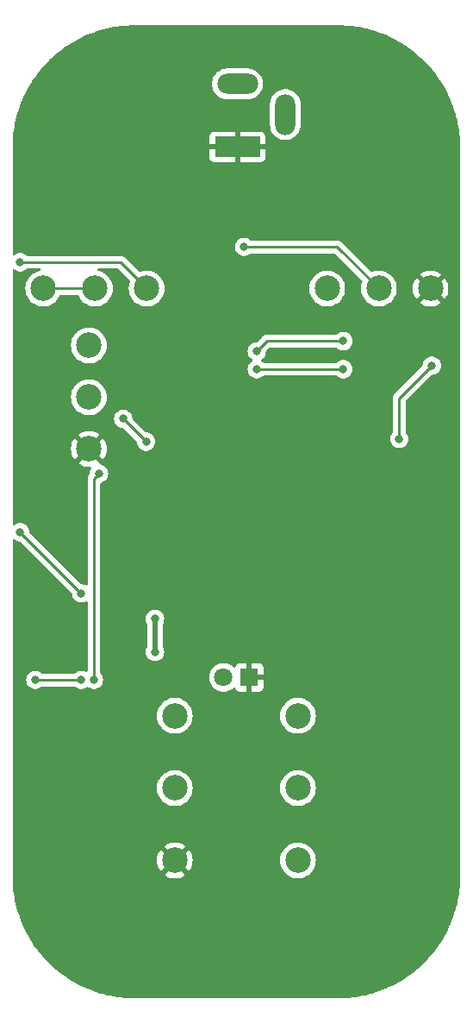
<source format=gbr>
%TF.GenerationSoftware,KiCad,Pcbnew,7.0.1*%
%TF.CreationDate,2023-11-18T18:10:11+02:00*%
%TF.ProjectId,Dille,44696c6c-652e-46b6-9963-61645f706362,rev?*%
%TF.SameCoordinates,Original*%
%TF.FileFunction,Copper,L2,Bot*%
%TF.FilePolarity,Positive*%
%FSLAX46Y46*%
G04 Gerber Fmt 4.6, Leading zero omitted, Abs format (unit mm)*
G04 Created by KiCad (PCBNEW 7.0.1) date 2023-11-18 18:10:11*
%MOMM*%
%LPD*%
G01*
G04 APERTURE LIST*
%TA.AperFunction,ComponentPad*%
%ADD10C,2.500000*%
%TD*%
%TA.AperFunction,ComponentPad*%
%ADD11R,1.800000X1.800000*%
%TD*%
%TA.AperFunction,ComponentPad*%
%ADD12C,1.800000*%
%TD*%
%TA.AperFunction,ComponentPad*%
%ADD13R,4.500000X2.000000*%
%TD*%
%TA.AperFunction,ComponentPad*%
%ADD14O,4.000000X2.000000*%
%TD*%
%TA.AperFunction,ComponentPad*%
%ADD15O,2.000000X4.000000*%
%TD*%
%TA.AperFunction,ViaPad*%
%ADD16C,0.800000*%
%TD*%
%TA.AperFunction,Conductor*%
%ADD17C,0.500000*%
%TD*%
%TA.AperFunction,Conductor*%
%ADD18C,0.250000*%
%TD*%
G04 APERTURE END LIST*
D10*
%TO.P,RV2,1,1*%
%TO.N,GND*%
X88080000Y-67340000D03*
%TO.P,RV2,2,2*%
%TO.N,Net-(C19-Pad2)*%
X83000000Y-67340000D03*
%TO.P,RV2,3,3*%
%TO.N,Net-(C13-Pad2)*%
X77920000Y-67340000D03*
%TD*%
%TO.P,RV3,1,1*%
%TO.N,Net-(U1-VCO)*%
X60180000Y-67340000D03*
%TO.P,RV3,2,2*%
%TO.N,Net-(R22-Pad2)*%
X55100000Y-67340000D03*
%TO.P,RV3,3,3*%
X50020000Y-67340000D03*
%TD*%
%TO.P,SW2,1,A*%
%TO.N,GND*%
X62950000Y-123460000D03*
%TO.P,SW2,2,B*%
%TO.N,Net-(SW2A-B)*%
X62950000Y-116360000D03*
%TO.P,SW2,3,C*%
%TO.N,+9V*%
X62950000Y-109260000D03*
%TO.P,SW2,4,A*%
%TO.N,unconnected-(SW2B-A-Pad4)*%
X75050000Y-109260000D03*
%TO.P,SW2,5,B*%
%TO.N,unconnected-(SW2B-B-Pad5)*%
X75050000Y-116360000D03*
%TO.P,SW2,6,C*%
%TO.N,unconnected-(SW2B-C-Pad6)*%
X75050000Y-123460000D03*
%TD*%
%TO.P,RV1,1,1*%
%TO.N,GND*%
X54500000Y-83080000D03*
%TO.P,RV1,2,2*%
%TO.N,Net-(C10-Pad1)*%
X54500000Y-78000000D03*
%TO.P,RV1,3,3*%
%TO.N,Net-(R15-Pad1)*%
X54500000Y-72920000D03*
%TD*%
D11*
%TO.P,D3,1,K*%
%TO.N,GND*%
X70275000Y-105500000D03*
D12*
%TO.P,D3,2,A*%
%TO.N,Net-(D3-A)*%
X67735000Y-105500000D03*
%TD*%
D13*
%TO.P,J1,1*%
%TO.N,GND*%
X69100000Y-53450000D03*
D14*
%TO.P,J1,2*%
%TO.N,Net-(J1-Pad2)*%
X69100000Y-47250000D03*
D15*
%TO.P,J1,3*%
%TO.N,unconnected-(J1-Pad3)*%
X73800000Y-50250000D03*
%TD*%
D16*
%TO.N,GND*%
X79250000Y-80000000D03*
X50000000Y-70700000D03*
X56250000Y-81250000D03*
X78500000Y-65000000D03*
X58500000Y-112000000D03*
X83500000Y-90750000D03*
X52500000Y-115000000D03*
X61500000Y-77250000D03*
X78500000Y-98750000D03*
X69500000Y-87500000D03*
X88600000Y-79500000D03*
X56000000Y-90750000D03*
X72500000Y-70750000D03*
X52750000Y-85250000D03*
X80000000Y-61750000D03*
X52750000Y-94500000D03*
X49500000Y-78250000D03*
X81200000Y-77500000D03*
X50500000Y-88000000D03*
X85700000Y-65900000D03*
X69500000Y-83000000D03*
X63500000Y-83000000D03*
X52500000Y-101250000D03*
X52000000Y-61250000D03*
X88000000Y-85500000D03*
X78000000Y-84250000D03*
X79050000Y-104250000D03*
X54000000Y-90750000D03*
X47750000Y-93250000D03*
X62500000Y-63250000D03*
X65250000Y-89000000D03*
X71500000Y-76500000D03*
X83250000Y-109250000D03*
X87750000Y-59500000D03*
X57000000Y-95750000D03*
X72500000Y-105500000D03*
%TO.N,+5V*%
X61000000Y-103000000D03*
X61000000Y-99750000D03*
%TO.N,+4V5*%
X71000000Y-73500000D03*
X79500000Y-72500000D03*
%TO.N,Net-(U2A-+)*%
X79500000Y-75250000D03*
X71000000Y-75250000D03*
%TO.N,Net-(Q1-D)*%
X55500000Y-85500000D03*
X55000000Y-105750000D03*
%TO.N,Net-(C10-Pad2)*%
X53750000Y-105750000D03*
X49250000Y-105750000D03*
%TO.N,Net-(C13-Pad2)*%
X85000000Y-82099500D03*
X88200000Y-74900000D03*
%TO.N,Net-(C19-Pad2)*%
X69750000Y-63250000D03*
%TO.N,Net-(R15-Pad1)*%
X60125000Y-82375000D03*
X57875000Y-80125000D03*
%TO.N,Net-(U1-VCO)*%
X47750000Y-91250000D03*
X47750000Y-64750000D03*
X53750000Y-97250000D03*
%TD*%
D17*
%TO.N,+5V*%
X61000000Y-99750000D02*
X61000000Y-103000000D01*
D18*
%TO.N,+4V5*%
X72000000Y-72500000D02*
X71000000Y-73500000D01*
X79500000Y-72500000D02*
X72000000Y-72500000D01*
%TO.N,Net-(U2A-+)*%
X71000000Y-75250000D02*
X79500000Y-75250000D01*
%TO.N,Net-(Q1-D)*%
X55000000Y-86000000D02*
X55000000Y-105750000D01*
X55500000Y-85500000D02*
X55000000Y-86000000D01*
%TO.N,Net-(C10-Pad2)*%
X53750000Y-105750000D02*
X49250000Y-105750000D01*
%TO.N,Net-(C13-Pad2)*%
X88200000Y-74900000D02*
X85000000Y-78100000D01*
X85000000Y-78100000D02*
X85000000Y-82099500D01*
%TO.N,Net-(C19-Pad2)*%
X69750000Y-63250000D02*
X78910000Y-63250000D01*
X78910000Y-63250000D02*
X83000000Y-67340000D01*
%TO.N,Net-(R15-Pad1)*%
X57875000Y-80125000D02*
X60125000Y-82375000D01*
%TO.N,Net-(R22-Pad2)*%
X50020000Y-67340000D02*
X55100000Y-67340000D01*
%TO.N,Net-(U1-VCO)*%
X57590000Y-64750000D02*
X60180000Y-67340000D01*
X47750000Y-91250000D02*
X53750000Y-97250000D01*
X47750000Y-64750000D02*
X57590000Y-64750000D01*
%TD*%
%TA.AperFunction,Conductor*%
%TO.N,GND*%
G36*
X79001745Y-41500548D02*
G01*
X79480543Y-41513982D01*
X79480667Y-41514018D01*
X79480667Y-41513986D01*
X79481541Y-41514010D01*
X79673040Y-41519583D01*
X79679843Y-41519969D01*
X80072730Y-41553109D01*
X80356113Y-41577902D01*
X80362611Y-41578645D01*
X80735084Y-41631230D01*
X81034708Y-41675119D01*
X81040879Y-41676185D01*
X81401842Y-41747985D01*
X81402600Y-41748138D01*
X81706601Y-41810910D01*
X81712447Y-41812266D01*
X82064756Y-41903145D01*
X82065671Y-41903386D01*
X82369662Y-41984840D01*
X82375140Y-41986446D01*
X82719171Y-42096098D01*
X82720466Y-42096519D01*
X83021652Y-42196321D01*
X83026804Y-42198157D01*
X83362592Y-42326334D01*
X83363811Y-42326809D01*
X83660494Y-42444674D01*
X83665290Y-42446698D01*
X83992148Y-42592957D01*
X83993671Y-42593654D01*
X84284041Y-42729055D01*
X84288551Y-42731270D01*
X84605852Y-42895192D01*
X84607625Y-42896128D01*
X84890375Y-43048586D01*
X84894445Y-43050882D01*
X85201475Y-43231994D01*
X85203526Y-43233232D01*
X85477400Y-43402160D01*
X85481178Y-43404585D01*
X85777095Y-43602311D01*
X85779284Y-43603808D01*
X86003624Y-43760893D01*
X86043288Y-43788666D01*
X86046727Y-43791164D01*
X86330753Y-44004915D01*
X86333099Y-44006724D01*
X86586151Y-44206811D01*
X86589244Y-44209339D01*
X86860700Y-44438564D01*
X86863133Y-44440673D01*
X87104214Y-44655216D01*
X87106966Y-44657741D01*
X87365092Y-44901777D01*
X87367586Y-44904202D01*
X87595796Y-45132412D01*
X87598221Y-45134906D01*
X87842257Y-45393032D01*
X87844782Y-45395784D01*
X88059325Y-45636865D01*
X88061434Y-45639298D01*
X88290659Y-45910754D01*
X88293187Y-45913847D01*
X88493274Y-46166899D01*
X88495083Y-46169245D01*
X88708834Y-46453271D01*
X88711332Y-46456710D01*
X88896160Y-46720670D01*
X88897687Y-46722903D01*
X89095402Y-47018804D01*
X89097838Y-47022598D01*
X89266766Y-47296472D01*
X89268031Y-47298568D01*
X89449094Y-47605514D01*
X89451436Y-47609665D01*
X89603827Y-47892292D01*
X89604849Y-47894228D01*
X89768728Y-48211448D01*
X89770943Y-48215957D01*
X89906291Y-48506210D01*
X89907094Y-48507968D01*
X90053285Y-48834674D01*
X90055339Y-48839539D01*
X90173123Y-49136018D01*
X90173731Y-49137579D01*
X90301827Y-49473155D01*
X90303686Y-49478373D01*
X90403479Y-49779533D01*
X90403917Y-49780880D01*
X90513538Y-50124810D01*
X90515169Y-50130373D01*
X90596591Y-50434247D01*
X90596886Y-50435368D01*
X90687726Y-50787526D01*
X90689094Y-50793423D01*
X90751849Y-51097347D01*
X90752028Y-51098231D01*
X90823809Y-51459096D01*
X90824883Y-51465315D01*
X90868761Y-51764863D01*
X90868852Y-51765501D01*
X90921351Y-52137374D01*
X90922097Y-52143900D01*
X90946903Y-52427421D01*
X90946936Y-52427807D01*
X90980028Y-52820149D01*
X90980415Y-52826963D01*
X90986014Y-53019330D01*
X90986017Y-53019460D01*
X90999451Y-53498254D01*
X90999500Y-53501732D01*
X90999500Y-124998268D01*
X90999451Y-125001746D01*
X90986017Y-125480539D01*
X90986014Y-125480669D01*
X90980415Y-125673035D01*
X90980028Y-125679849D01*
X90946936Y-126072192D01*
X90946903Y-126072578D01*
X90922097Y-126356098D01*
X90921351Y-126362624D01*
X90868852Y-126734497D01*
X90868761Y-126735135D01*
X90824883Y-127034683D01*
X90823809Y-127040902D01*
X90752028Y-127401767D01*
X90751849Y-127402651D01*
X90689094Y-127706575D01*
X90687726Y-127712472D01*
X90596886Y-128064630D01*
X90596591Y-128065751D01*
X90515169Y-128369625D01*
X90513538Y-128375188D01*
X90403917Y-128719118D01*
X90403479Y-128720465D01*
X90303686Y-129021625D01*
X90301827Y-129026843D01*
X90173731Y-129362419D01*
X90173123Y-129363980D01*
X90055339Y-129660459D01*
X90053285Y-129665324D01*
X89907094Y-129992030D01*
X89906291Y-129993788D01*
X89770943Y-130284041D01*
X89768728Y-130288550D01*
X89604849Y-130605770D01*
X89603827Y-130607706D01*
X89451436Y-130890333D01*
X89449094Y-130894484D01*
X89268031Y-131201430D01*
X89266766Y-131203526D01*
X89097838Y-131477400D01*
X89095402Y-131481194D01*
X88897687Y-131777095D01*
X88896160Y-131779328D01*
X88711332Y-132043288D01*
X88708834Y-132046727D01*
X88495083Y-132330753D01*
X88493274Y-132333099D01*
X88293187Y-132586151D01*
X88290659Y-132589244D01*
X88061434Y-132860700D01*
X88059325Y-132863133D01*
X87844782Y-133104214D01*
X87842257Y-133106966D01*
X87598221Y-133365092D01*
X87595796Y-133367586D01*
X87367586Y-133595796D01*
X87365092Y-133598221D01*
X87106966Y-133842257D01*
X87104214Y-133844782D01*
X86863133Y-134059325D01*
X86860700Y-134061434D01*
X86589244Y-134290659D01*
X86586151Y-134293187D01*
X86333099Y-134493274D01*
X86330753Y-134495083D01*
X86046727Y-134708834D01*
X86043288Y-134711332D01*
X85779328Y-134896160D01*
X85777095Y-134897687D01*
X85481194Y-135095402D01*
X85477400Y-135097838D01*
X85203526Y-135266766D01*
X85201430Y-135268031D01*
X84894484Y-135449094D01*
X84890333Y-135451436D01*
X84607706Y-135603827D01*
X84605770Y-135604849D01*
X84288550Y-135768728D01*
X84284041Y-135770943D01*
X83993788Y-135906291D01*
X83992030Y-135907094D01*
X83665324Y-136053285D01*
X83660459Y-136055339D01*
X83363980Y-136173123D01*
X83362419Y-136173731D01*
X83026843Y-136301827D01*
X83021625Y-136303686D01*
X82720465Y-136403479D01*
X82719118Y-136403917D01*
X82375188Y-136513538D01*
X82369625Y-136515169D01*
X82065751Y-136596591D01*
X82064630Y-136596886D01*
X81712472Y-136687726D01*
X81706575Y-136689094D01*
X81402651Y-136751849D01*
X81401767Y-136752028D01*
X81040902Y-136823809D01*
X81034683Y-136824883D01*
X80735135Y-136868761D01*
X80734497Y-136868852D01*
X80362624Y-136921351D01*
X80356098Y-136922097D01*
X80072718Y-136946890D01*
X80072332Y-136946923D01*
X79679849Y-136980028D01*
X79673035Y-136980415D01*
X79480669Y-136986014D01*
X79480539Y-136986017D01*
X79001746Y-136999451D01*
X78998268Y-136999500D01*
X59001732Y-136999500D01*
X58998254Y-136999451D01*
X58519459Y-136986017D01*
X58519331Y-136985979D01*
X58519330Y-136986014D01*
X58326963Y-136980415D01*
X58320149Y-136980028D01*
X57927666Y-136946923D01*
X57927280Y-136946890D01*
X57643900Y-136922097D01*
X57637374Y-136921351D01*
X57265501Y-136868852D01*
X57264863Y-136868761D01*
X56965315Y-136824883D01*
X56959096Y-136823809D01*
X56598231Y-136752028D01*
X56597347Y-136751849D01*
X56293423Y-136689094D01*
X56287526Y-136687726D01*
X55935368Y-136596886D01*
X55934247Y-136596591D01*
X55630373Y-136515169D01*
X55624810Y-136513538D01*
X55280880Y-136403917D01*
X55279533Y-136403479D01*
X54978373Y-136303686D01*
X54973155Y-136301827D01*
X54637579Y-136173731D01*
X54636018Y-136173123D01*
X54339539Y-136055339D01*
X54334674Y-136053285D01*
X54007968Y-135907094D01*
X54006210Y-135906291D01*
X53715957Y-135770943D01*
X53711448Y-135768728D01*
X53394228Y-135604849D01*
X53392292Y-135603827D01*
X53109665Y-135451436D01*
X53105514Y-135449094D01*
X52798568Y-135268031D01*
X52796472Y-135266766D01*
X52522598Y-135097838D01*
X52518804Y-135095402D01*
X52222903Y-134897687D01*
X52220670Y-134896160D01*
X51956710Y-134711332D01*
X51953271Y-134708834D01*
X51669245Y-134495083D01*
X51666899Y-134493274D01*
X51413847Y-134293187D01*
X51410754Y-134290659D01*
X51139298Y-134061434D01*
X51136865Y-134059325D01*
X50895784Y-133844782D01*
X50893032Y-133842257D01*
X50634906Y-133598221D01*
X50632412Y-133595796D01*
X50404202Y-133367586D01*
X50401777Y-133365092D01*
X50157741Y-133106966D01*
X50155216Y-133104214D01*
X49940673Y-132863133D01*
X49938564Y-132860700D01*
X49709339Y-132589244D01*
X49706811Y-132586151D01*
X49506724Y-132333099D01*
X49504915Y-132330753D01*
X49291164Y-132046727D01*
X49288666Y-132043288D01*
X49260893Y-132003624D01*
X49103808Y-131779284D01*
X49102311Y-131777095D01*
X48904596Y-131481194D01*
X48902160Y-131477400D01*
X48733232Y-131203526D01*
X48731994Y-131201475D01*
X48550882Y-130894445D01*
X48548586Y-130890375D01*
X48396128Y-130607625D01*
X48395192Y-130605852D01*
X48231270Y-130288550D01*
X48229055Y-130284041D01*
X48093654Y-129993671D01*
X48092957Y-129992148D01*
X47946698Y-129665290D01*
X47944674Y-129660494D01*
X47826809Y-129363811D01*
X47826334Y-129362592D01*
X47698157Y-129026804D01*
X47696321Y-129021652D01*
X47596519Y-128720465D01*
X47596081Y-128719118D01*
X47572683Y-128645707D01*
X47486446Y-128375140D01*
X47484840Y-128369662D01*
X47403386Y-128065671D01*
X47403145Y-128064756D01*
X47312266Y-127712447D01*
X47310910Y-127706601D01*
X47248138Y-127402600D01*
X47247970Y-127401767D01*
X47236102Y-127342103D01*
X47176185Y-127040879D01*
X47175119Y-127034708D01*
X47131230Y-126735084D01*
X47078645Y-126362611D01*
X47077901Y-126356097D01*
X47053096Y-126072577D01*
X47019969Y-125679843D01*
X47019583Y-125673035D01*
X47014008Y-125481488D01*
X47000548Y-125001745D01*
X47000500Y-124998270D01*
X47000500Y-124862720D01*
X61900831Y-124862720D01*
X62072546Y-124979793D01*
X62308860Y-125093596D01*
X62559496Y-125170908D01*
X62818856Y-125210000D01*
X63081144Y-125210000D01*
X63340503Y-125170908D01*
X63591139Y-125093596D01*
X63827456Y-124979792D01*
X63999167Y-124862720D01*
X62950001Y-123813553D01*
X62950000Y-123813553D01*
X61900831Y-124862720D01*
X47000500Y-124862720D01*
X47000500Y-123460000D01*
X61195092Y-123460000D01*
X61214693Y-123721552D01*
X61273059Y-123977270D01*
X61368882Y-124221424D01*
X61500027Y-124448573D01*
X61547873Y-124508571D01*
X61547874Y-124508571D01*
X62596446Y-123460001D01*
X62596446Y-123460000D01*
X63303553Y-123460000D01*
X64352124Y-124508571D01*
X64399972Y-124448572D01*
X64531117Y-124221423D01*
X64626940Y-123977270D01*
X64685306Y-123721552D01*
X64704907Y-123460000D01*
X73294591Y-123460000D01*
X73314197Y-123721627D01*
X73372580Y-123977418D01*
X73468346Y-124221424D01*
X73468432Y-124221643D01*
X73599614Y-124448857D01*
X73763195Y-124653981D01*
X73763197Y-124653983D01*
X73763198Y-124653984D01*
X73955514Y-124832428D01*
X73955520Y-124832432D01*
X73955521Y-124832433D01*
X74172296Y-124980228D01*
X74408677Y-125094063D01*
X74659385Y-125171396D01*
X74918818Y-125210500D01*
X75181182Y-125210500D01*
X75440615Y-125171396D01*
X75691323Y-125094063D01*
X75927704Y-124980228D01*
X76144479Y-124832433D01*
X76144482Y-124832429D01*
X76144485Y-124832428D01*
X76229792Y-124753273D01*
X76336805Y-124653981D01*
X76500386Y-124448857D01*
X76631568Y-124221643D01*
X76727420Y-123977416D01*
X76785802Y-123721630D01*
X76805408Y-123460000D01*
X76785802Y-123198370D01*
X76727420Y-122942584D01*
X76631568Y-122698357D01*
X76500386Y-122471143D01*
X76336805Y-122266019D01*
X76336801Y-122266015D01*
X76144485Y-122087571D01*
X76100053Y-122057278D01*
X75927704Y-121939772D01*
X75691323Y-121825937D01*
X75440615Y-121748604D01*
X75181182Y-121709500D01*
X74918818Y-121709500D01*
X74659385Y-121748604D01*
X74408677Y-121825937D01*
X74172296Y-121939772D01*
X74102922Y-121987070D01*
X73955514Y-122087571D01*
X73763198Y-122266015D01*
X73599613Y-122471143D01*
X73468431Y-122698358D01*
X73372580Y-122942581D01*
X73314197Y-123198372D01*
X73294591Y-123460000D01*
X64704907Y-123460000D01*
X64685306Y-123198447D01*
X64626940Y-122942729D01*
X64531117Y-122698575D01*
X64399972Y-122471426D01*
X64352125Y-122411427D01*
X63303553Y-123460000D01*
X62596446Y-123460000D01*
X61547873Y-122411427D01*
X61500028Y-122471424D01*
X61368882Y-122698576D01*
X61273059Y-122942729D01*
X61214693Y-123198447D01*
X61195092Y-123460000D01*
X47000500Y-123460000D01*
X47000500Y-122057278D01*
X61900831Y-122057278D01*
X62949998Y-123106446D01*
X62949999Y-123106446D01*
X63999167Y-122057278D01*
X63827451Y-121940205D01*
X63591139Y-121826403D01*
X63340503Y-121749091D01*
X63081144Y-121710000D01*
X62818856Y-121710000D01*
X62559496Y-121749091D01*
X62308860Y-121826403D01*
X62072545Y-121940206D01*
X61900831Y-122057278D01*
X47000500Y-122057278D01*
X47000500Y-116360000D01*
X61194591Y-116360000D01*
X61214197Y-116621627D01*
X61272580Y-116877418D01*
X61368431Y-117121641D01*
X61368432Y-117121643D01*
X61499614Y-117348857D01*
X61663195Y-117553981D01*
X61663197Y-117553983D01*
X61663198Y-117553984D01*
X61855514Y-117732428D01*
X61855520Y-117732432D01*
X61855521Y-117732433D01*
X62072296Y-117880228D01*
X62308677Y-117994063D01*
X62559385Y-118071396D01*
X62818818Y-118110500D01*
X63081182Y-118110500D01*
X63340615Y-118071396D01*
X63591323Y-117994063D01*
X63827704Y-117880228D01*
X64044479Y-117732433D01*
X64044482Y-117732429D01*
X64044485Y-117732428D01*
X64129792Y-117653273D01*
X64236805Y-117553981D01*
X64400386Y-117348857D01*
X64531568Y-117121643D01*
X64627420Y-116877416D01*
X64685802Y-116621630D01*
X64705408Y-116360000D01*
X73294591Y-116360000D01*
X73314197Y-116621627D01*
X73372580Y-116877418D01*
X73468431Y-117121641D01*
X73468432Y-117121643D01*
X73599614Y-117348857D01*
X73763195Y-117553981D01*
X73763197Y-117553983D01*
X73763198Y-117553984D01*
X73955514Y-117732428D01*
X73955520Y-117732432D01*
X73955521Y-117732433D01*
X74172296Y-117880228D01*
X74408677Y-117994063D01*
X74659385Y-118071396D01*
X74918818Y-118110500D01*
X75181182Y-118110500D01*
X75440615Y-118071396D01*
X75691323Y-117994063D01*
X75927704Y-117880228D01*
X76144479Y-117732433D01*
X76144482Y-117732429D01*
X76144485Y-117732428D01*
X76229792Y-117653273D01*
X76336805Y-117553981D01*
X76500386Y-117348857D01*
X76631568Y-117121643D01*
X76727420Y-116877416D01*
X76785802Y-116621630D01*
X76805408Y-116360000D01*
X76785802Y-116098370D01*
X76727420Y-115842584D01*
X76631568Y-115598357D01*
X76500386Y-115371143D01*
X76336805Y-115166019D01*
X76336801Y-115166015D01*
X76144485Y-114987571D01*
X76127170Y-114975766D01*
X75927704Y-114839772D01*
X75691323Y-114725937D01*
X75440615Y-114648604D01*
X75181182Y-114609500D01*
X74918818Y-114609500D01*
X74659385Y-114648604D01*
X74408677Y-114725937D01*
X74172296Y-114839772D01*
X74102922Y-114887070D01*
X73955514Y-114987571D01*
X73763198Y-115166015D01*
X73599613Y-115371143D01*
X73468431Y-115598358D01*
X73372580Y-115842581D01*
X73314197Y-116098372D01*
X73294591Y-116360000D01*
X64705408Y-116360000D01*
X64685802Y-116098370D01*
X64627420Y-115842584D01*
X64531568Y-115598357D01*
X64400386Y-115371143D01*
X64236805Y-115166019D01*
X64236801Y-115166015D01*
X64044485Y-114987571D01*
X64027170Y-114975766D01*
X63827704Y-114839772D01*
X63591323Y-114725937D01*
X63340615Y-114648604D01*
X63081182Y-114609500D01*
X62818818Y-114609500D01*
X62559385Y-114648604D01*
X62308677Y-114725937D01*
X62072296Y-114839772D01*
X62002922Y-114887070D01*
X61855514Y-114987571D01*
X61663198Y-115166015D01*
X61499613Y-115371143D01*
X61368431Y-115598358D01*
X61272580Y-115842581D01*
X61214197Y-116098372D01*
X61194591Y-116360000D01*
X47000500Y-116360000D01*
X47000500Y-109260000D01*
X61194591Y-109260000D01*
X61214197Y-109521627D01*
X61272580Y-109777418D01*
X61368431Y-110021641D01*
X61368432Y-110021643D01*
X61499614Y-110248857D01*
X61663195Y-110453981D01*
X61663197Y-110453983D01*
X61663198Y-110453984D01*
X61855514Y-110632428D01*
X61855520Y-110632432D01*
X61855521Y-110632433D01*
X62072296Y-110780228D01*
X62308677Y-110894063D01*
X62559385Y-110971396D01*
X62818818Y-111010500D01*
X63081182Y-111010500D01*
X63340615Y-110971396D01*
X63591323Y-110894063D01*
X63827704Y-110780228D01*
X64044479Y-110632433D01*
X64044482Y-110632429D01*
X64044485Y-110632428D01*
X64129792Y-110553273D01*
X64236805Y-110453981D01*
X64400386Y-110248857D01*
X64531568Y-110021643D01*
X64627420Y-109777416D01*
X64685802Y-109521630D01*
X64705408Y-109260000D01*
X73294591Y-109260000D01*
X73314197Y-109521627D01*
X73372580Y-109777418D01*
X73468431Y-110021641D01*
X73468432Y-110021643D01*
X73599614Y-110248857D01*
X73763195Y-110453981D01*
X73763197Y-110453983D01*
X73763198Y-110453984D01*
X73955514Y-110632428D01*
X73955520Y-110632432D01*
X73955521Y-110632433D01*
X74172296Y-110780228D01*
X74408677Y-110894063D01*
X74659385Y-110971396D01*
X74918818Y-111010500D01*
X75181182Y-111010500D01*
X75440615Y-110971396D01*
X75691323Y-110894063D01*
X75927704Y-110780228D01*
X76144479Y-110632433D01*
X76144482Y-110632429D01*
X76144485Y-110632428D01*
X76229792Y-110553273D01*
X76336805Y-110453981D01*
X76500386Y-110248857D01*
X76631568Y-110021643D01*
X76727420Y-109777416D01*
X76785802Y-109521630D01*
X76805408Y-109260000D01*
X76785802Y-108998370D01*
X76727420Y-108742584D01*
X76631568Y-108498357D01*
X76500386Y-108271143D01*
X76336805Y-108066019D01*
X76336801Y-108066015D01*
X76144485Y-107887571D01*
X76127170Y-107875766D01*
X75927704Y-107739772D01*
X75691323Y-107625937D01*
X75440615Y-107548604D01*
X75181182Y-107509500D01*
X74918818Y-107509500D01*
X74659385Y-107548604D01*
X74408677Y-107625937D01*
X74172296Y-107739772D01*
X74102922Y-107787070D01*
X73955514Y-107887571D01*
X73763198Y-108066015D01*
X73599613Y-108271143D01*
X73468431Y-108498358D01*
X73372580Y-108742581D01*
X73314197Y-108998372D01*
X73294591Y-109260000D01*
X64705408Y-109260000D01*
X64685802Y-108998370D01*
X64627420Y-108742584D01*
X64531568Y-108498357D01*
X64400386Y-108271143D01*
X64236805Y-108066019D01*
X64236801Y-108066015D01*
X64044485Y-107887571D01*
X64027170Y-107875766D01*
X63827704Y-107739772D01*
X63591323Y-107625937D01*
X63340615Y-107548604D01*
X63081182Y-107509500D01*
X62818818Y-107509500D01*
X62559385Y-107548604D01*
X62308677Y-107625937D01*
X62072296Y-107739772D01*
X62002922Y-107787070D01*
X61855514Y-107887571D01*
X61663198Y-108066015D01*
X61499613Y-108271143D01*
X61368431Y-108498358D01*
X61272580Y-108742581D01*
X61214197Y-108998372D01*
X61194591Y-109260000D01*
X47000500Y-109260000D01*
X47000500Y-92061899D01*
X47018773Y-91997109D01*
X47068205Y-91951414D01*
X47134229Y-91938281D01*
X47197385Y-91961580D01*
X47297270Y-92034151D01*
X47297271Y-92034151D01*
X47297272Y-92034152D01*
X47470197Y-92111144D01*
X47655352Y-92150500D01*
X47655354Y-92150500D01*
X47714548Y-92150500D01*
X47762001Y-92159939D01*
X47802229Y-92186819D01*
X52811038Y-97195629D01*
X52835277Y-97229926D01*
X52846678Y-97270348D01*
X52864326Y-97438257D01*
X52922820Y-97618284D01*
X53017466Y-97782216D01*
X53144129Y-97922889D01*
X53297269Y-98034151D01*
X53470197Y-98111144D01*
X53655352Y-98150500D01*
X53655354Y-98150500D01*
X53844646Y-98150500D01*
X53844648Y-98150500D01*
X54029798Y-98111145D01*
X54029797Y-98111145D01*
X54029803Y-98111144D01*
X54200063Y-98035338D01*
X54260229Y-98025000D01*
X54318035Y-98044623D01*
X54359473Y-98089450D01*
X54374500Y-98148618D01*
X54374500Y-104851382D01*
X54359473Y-104910550D01*
X54318035Y-104955377D01*
X54260229Y-104975000D01*
X54200064Y-104964662D01*
X54078528Y-104910550D01*
X54029803Y-104888856D01*
X54029802Y-104888855D01*
X54029798Y-104888854D01*
X53844648Y-104849500D01*
X53844646Y-104849500D01*
X53655354Y-104849500D01*
X53655352Y-104849500D01*
X53470197Y-104888855D01*
X53297272Y-104965847D01*
X53195175Y-105040024D01*
X53144129Y-105077112D01*
X53138401Y-105083473D01*
X53096688Y-105113780D01*
X53046253Y-105124500D01*
X49953747Y-105124500D01*
X49903312Y-105113780D01*
X49861598Y-105083473D01*
X49855871Y-105077112D01*
X49702730Y-104965849D01*
X49702729Y-104965848D01*
X49702727Y-104965847D01*
X49529802Y-104888855D01*
X49344648Y-104849500D01*
X49344646Y-104849500D01*
X49155354Y-104849500D01*
X49155352Y-104849500D01*
X48970197Y-104888855D01*
X48797269Y-104965848D01*
X48644129Y-105077110D01*
X48517466Y-105217783D01*
X48422820Y-105381715D01*
X48364326Y-105561742D01*
X48344540Y-105750000D01*
X48364326Y-105938257D01*
X48422820Y-106118284D01*
X48517466Y-106282216D01*
X48644129Y-106422889D01*
X48797269Y-106534151D01*
X48970197Y-106611144D01*
X49155352Y-106650500D01*
X49155354Y-106650500D01*
X49344646Y-106650500D01*
X49344648Y-106650500D01*
X49468084Y-106624262D01*
X49529803Y-106611144D01*
X49702730Y-106534151D01*
X49855871Y-106422888D01*
X49861598Y-106416526D01*
X49903312Y-106386220D01*
X49953747Y-106375500D01*
X53046253Y-106375500D01*
X53096688Y-106386220D01*
X53138401Y-106416526D01*
X53144129Y-106422888D01*
X53297270Y-106534151D01*
X53297271Y-106534151D01*
X53297272Y-106534152D01*
X53470197Y-106611144D01*
X53655352Y-106650500D01*
X53655354Y-106650500D01*
X53844646Y-106650500D01*
X53844648Y-106650500D01*
X53968084Y-106624262D01*
X54029803Y-106611144D01*
X54202730Y-106534151D01*
X54302116Y-106461943D01*
X54349219Y-106440972D01*
X54400781Y-106440972D01*
X54447883Y-106461943D01*
X54547270Y-106534151D01*
X54547271Y-106534151D01*
X54547272Y-106534152D01*
X54720197Y-106611144D01*
X54905352Y-106650500D01*
X54905354Y-106650500D01*
X55094646Y-106650500D01*
X55094648Y-106650500D01*
X55218084Y-106624262D01*
X55279803Y-106611144D01*
X55452730Y-106534151D01*
X55552115Y-106461944D01*
X55605870Y-106422889D01*
X55611598Y-106416528D01*
X55732533Y-106282216D01*
X55827179Y-106118284D01*
X55885674Y-105938256D01*
X55905460Y-105750000D01*
X55885674Y-105561744D01*
X55865612Y-105499999D01*
X66329699Y-105499999D01*
X66348865Y-105731299D01*
X66348865Y-105731301D01*
X66348866Y-105731305D01*
X66405843Y-105956300D01*
X66499076Y-106168849D01*
X66626021Y-106363153D01*
X66783216Y-106533913D01*
X66966374Y-106676470D01*
X67170497Y-106786936D01*
X67280258Y-106824617D01*
X67390015Y-106862297D01*
X67390017Y-106862297D01*
X67390019Y-106862298D01*
X67618951Y-106900500D01*
X67851048Y-106900500D01*
X67851049Y-106900500D01*
X68079981Y-106862298D01*
X68299503Y-106786936D01*
X68503626Y-106676470D01*
X68686784Y-106533913D01*
X68695511Y-106524432D01*
X68748132Y-106490577D01*
X68810588Y-106486727D01*
X68866971Y-106513865D01*
X68902924Y-106565079D01*
X68931647Y-106642088D01*
X69017811Y-106757188D01*
X69132910Y-106843352D01*
X69267624Y-106893597D01*
X69327176Y-106900000D01*
X70025000Y-106900000D01*
X70025000Y-105750000D01*
X70525000Y-105750000D01*
X70525000Y-106900000D01*
X71222824Y-106900000D01*
X71282375Y-106893597D01*
X71417089Y-106843352D01*
X71532188Y-106757188D01*
X71618352Y-106642089D01*
X71668597Y-106507375D01*
X71675000Y-106447824D01*
X71675000Y-105750000D01*
X70525000Y-105750000D01*
X70025000Y-105750000D01*
X70025000Y-104100000D01*
X70525000Y-104100000D01*
X70525000Y-105250000D01*
X71675000Y-105250000D01*
X71675000Y-104552176D01*
X71668597Y-104492624D01*
X71618352Y-104357910D01*
X71532188Y-104242811D01*
X71417089Y-104156647D01*
X71282375Y-104106402D01*
X71222824Y-104100000D01*
X70525000Y-104100000D01*
X70025000Y-104100000D01*
X69327176Y-104100000D01*
X69267624Y-104106402D01*
X69132910Y-104156647D01*
X69017811Y-104242811D01*
X68931645Y-104357913D01*
X68902923Y-104434920D01*
X68866971Y-104486134D01*
X68810589Y-104513271D01*
X68748135Y-104509423D01*
X68695513Y-104475569D01*
X68686784Y-104466087D01*
X68503626Y-104323530D01*
X68299503Y-104213064D01*
X68299499Y-104213062D01*
X68299498Y-104213062D01*
X68079984Y-104137702D01*
X67892410Y-104106402D01*
X67851049Y-104099500D01*
X67618951Y-104099500D01*
X67577590Y-104106402D01*
X67390015Y-104137702D01*
X67170501Y-104213062D01*
X67170497Y-104213063D01*
X67170497Y-104213064D01*
X67034414Y-104286708D01*
X66966372Y-104323531D01*
X66783215Y-104466087D01*
X66626020Y-104636848D01*
X66499076Y-104831150D01*
X66405844Y-105043696D01*
X66405842Y-105043700D01*
X66405843Y-105043700D01*
X66353601Y-105250000D01*
X66348865Y-105268700D01*
X66329699Y-105499999D01*
X55865612Y-105499999D01*
X55827179Y-105381716D01*
X55827179Y-105381715D01*
X55732535Y-105217786D01*
X55719427Y-105203229D01*
X55657347Y-105134282D01*
X55633736Y-105095751D01*
X55625500Y-105051313D01*
X55625500Y-102999999D01*
X60094540Y-102999999D01*
X60114326Y-103188257D01*
X60172820Y-103368284D01*
X60267466Y-103532216D01*
X60394129Y-103672889D01*
X60547269Y-103784151D01*
X60720197Y-103861144D01*
X60905352Y-103900500D01*
X60905354Y-103900500D01*
X61094646Y-103900500D01*
X61094648Y-103900500D01*
X61218083Y-103874262D01*
X61279803Y-103861144D01*
X61452730Y-103784151D01*
X61605871Y-103672888D01*
X61732533Y-103532216D01*
X61827179Y-103368284D01*
X61885674Y-103188256D01*
X61905460Y-103000000D01*
X61885674Y-102811744D01*
X61827179Y-102631716D01*
X61827179Y-102631715D01*
X61767113Y-102527678D01*
X61750500Y-102465678D01*
X61750500Y-100284322D01*
X61767113Y-100222322D01*
X61827179Y-100118284D01*
X61827178Y-100118284D01*
X61885674Y-99938256D01*
X61905460Y-99750000D01*
X61885674Y-99561744D01*
X61827179Y-99381716D01*
X61827179Y-99381715D01*
X61732533Y-99217783D01*
X61605870Y-99077110D01*
X61452730Y-98965848D01*
X61279802Y-98888855D01*
X61094648Y-98849500D01*
X61094646Y-98849500D01*
X60905354Y-98849500D01*
X60905352Y-98849500D01*
X60720197Y-98888855D01*
X60547269Y-98965848D01*
X60394129Y-99077110D01*
X60267466Y-99217783D01*
X60172820Y-99381715D01*
X60114326Y-99561742D01*
X60094540Y-99749999D01*
X60114326Y-99938257D01*
X60172820Y-100118284D01*
X60232887Y-100222322D01*
X60249500Y-100284322D01*
X60249500Y-102465678D01*
X60232887Y-102527678D01*
X60172820Y-102631715D01*
X60114326Y-102811742D01*
X60094540Y-102999999D01*
X55625500Y-102999999D01*
X55625500Y-86494355D01*
X55638050Y-86439997D01*
X55673159Y-86396641D01*
X55723716Y-86373065D01*
X55779803Y-86361144D01*
X55952730Y-86284151D01*
X56105871Y-86172888D01*
X56232533Y-86032216D01*
X56327179Y-85868284D01*
X56385674Y-85688256D01*
X56405460Y-85500000D01*
X56385674Y-85311744D01*
X56327179Y-85131716D01*
X56327179Y-85131715D01*
X56232533Y-84967783D01*
X56105870Y-84827110D01*
X55952730Y-84715848D01*
X55779802Y-84638855D01*
X55647303Y-84610692D01*
X55593734Y-84584689D01*
X55558464Y-84536711D01*
X55550571Y-84484124D01*
X54500001Y-83433553D01*
X54500000Y-83433553D01*
X53450831Y-84482720D01*
X53622546Y-84599793D01*
X53858860Y-84713596D01*
X54109496Y-84790908D01*
X54368856Y-84830000D01*
X54632242Y-84830000D01*
X54694242Y-84846613D01*
X54739629Y-84892000D01*
X54756242Y-84954000D01*
X54739629Y-85016000D01*
X54672820Y-85131715D01*
X54614326Y-85311742D01*
X54596768Y-85478798D01*
X54586192Y-85517455D01*
X54563839Y-85550720D01*
X54552097Y-85563224D01*
X54549390Y-85566018D01*
X54529874Y-85585534D01*
X54527415Y-85588705D01*
X54519842Y-85597572D01*
X54489935Y-85629420D01*
X54480285Y-85646974D01*
X54469609Y-85663228D01*
X54457326Y-85679063D01*
X54439975Y-85719158D01*
X54434838Y-85729644D01*
X54413802Y-85767907D01*
X54408821Y-85787309D01*
X54402520Y-85805711D01*
X54394561Y-85824102D01*
X54387728Y-85867242D01*
X54385360Y-85878674D01*
X54374500Y-85920978D01*
X54374500Y-85941016D01*
X54372973Y-85960415D01*
X54369840Y-85980194D01*
X54373950Y-86023675D01*
X54374500Y-86035344D01*
X54374500Y-96351382D01*
X54359473Y-96410550D01*
X54318035Y-96455377D01*
X54260229Y-96475000D01*
X54200064Y-96464662D01*
X54078528Y-96410550D01*
X54029803Y-96388856D01*
X54029802Y-96388855D01*
X54029798Y-96388854D01*
X53844648Y-96349500D01*
X53844646Y-96349500D01*
X53785453Y-96349500D01*
X53738000Y-96340061D01*
X53697772Y-96313181D01*
X48688960Y-91304369D01*
X48664720Y-91270071D01*
X48653321Y-91229655D01*
X48635674Y-91061744D01*
X48577179Y-90881716D01*
X48577179Y-90881715D01*
X48482533Y-90717783D01*
X48355870Y-90577110D01*
X48202730Y-90465848D01*
X48029802Y-90388855D01*
X47844648Y-90349500D01*
X47844646Y-90349500D01*
X47655354Y-90349500D01*
X47655352Y-90349500D01*
X47470197Y-90388855D01*
X47297272Y-90465847D01*
X47197386Y-90538419D01*
X47134229Y-90561719D01*
X47068205Y-90548586D01*
X47018773Y-90502891D01*
X47000500Y-90438101D01*
X47000500Y-83080000D01*
X52745092Y-83080000D01*
X52764693Y-83341552D01*
X52823059Y-83597270D01*
X52918882Y-83841424D01*
X53050027Y-84068573D01*
X53097873Y-84128571D01*
X53097874Y-84128571D01*
X54146446Y-83080001D01*
X54853553Y-83080001D01*
X55902124Y-84128571D01*
X55949972Y-84068572D01*
X56081117Y-83841423D01*
X56176940Y-83597270D01*
X56235306Y-83341552D01*
X56254907Y-83080000D01*
X56235306Y-82818447D01*
X56176940Y-82562729D01*
X56081117Y-82318575D01*
X55949972Y-82091426D01*
X55902125Y-82031427D01*
X54853553Y-83080000D01*
X54853553Y-83080001D01*
X54146446Y-83080001D01*
X54146446Y-83080000D01*
X53097873Y-82031427D01*
X53050028Y-82091424D01*
X52918882Y-82318576D01*
X52823059Y-82562729D01*
X52764693Y-82818447D01*
X52745092Y-83080000D01*
X47000500Y-83080000D01*
X47000500Y-81677278D01*
X53450832Y-81677278D01*
X54500000Y-82726446D01*
X54500001Y-82726446D01*
X55549167Y-81677278D01*
X55377451Y-81560205D01*
X55141139Y-81446403D01*
X54890503Y-81369091D01*
X54631144Y-81330000D01*
X54368856Y-81330000D01*
X54109496Y-81369091D01*
X53858860Y-81446403D01*
X53622545Y-81560206D01*
X53450832Y-81677278D01*
X47000500Y-81677278D01*
X47000500Y-80125000D01*
X56969540Y-80125000D01*
X56975254Y-80179369D01*
X56989326Y-80313257D01*
X57047820Y-80493284D01*
X57142466Y-80657216D01*
X57269129Y-80797889D01*
X57422269Y-80909151D01*
X57595197Y-80986144D01*
X57780352Y-81025500D01*
X57780354Y-81025500D01*
X57839548Y-81025500D01*
X57887001Y-81034939D01*
X57927229Y-81061819D01*
X59186038Y-82320628D01*
X59210277Y-82354925D01*
X59221678Y-82395347D01*
X59239326Y-82563257D01*
X59297820Y-82743284D01*
X59392466Y-82907216D01*
X59519129Y-83047889D01*
X59672269Y-83159151D01*
X59845197Y-83236144D01*
X60030352Y-83275500D01*
X60030354Y-83275500D01*
X60219646Y-83275500D01*
X60219648Y-83275500D01*
X60343084Y-83249262D01*
X60404803Y-83236144D01*
X60577730Y-83159151D01*
X60686671Y-83080001D01*
X60730870Y-83047889D01*
X60857533Y-82907216D01*
X60952179Y-82743284D01*
X60957650Y-82726446D01*
X61010674Y-82563256D01*
X61030460Y-82375000D01*
X61010674Y-82186744D01*
X60982327Y-82099500D01*
X84094540Y-82099500D01*
X84114326Y-82287757D01*
X84172820Y-82467784D01*
X84267466Y-82631716D01*
X84394129Y-82772389D01*
X84547269Y-82883651D01*
X84720197Y-82960644D01*
X84905352Y-83000000D01*
X84905354Y-83000000D01*
X85094646Y-83000000D01*
X85094648Y-83000000D01*
X85218084Y-82973762D01*
X85279803Y-82960644D01*
X85452730Y-82883651D01*
X85605871Y-82772388D01*
X85732533Y-82631716D01*
X85827179Y-82467784D01*
X85885674Y-82287756D01*
X85905460Y-82099500D01*
X85885674Y-81911244D01*
X85827179Y-81731216D01*
X85827179Y-81731215D01*
X85732535Y-81567286D01*
X85684425Y-81513855D01*
X85657347Y-81483782D01*
X85633736Y-81445251D01*
X85625500Y-81400813D01*
X85625500Y-78410452D01*
X85634939Y-78362999D01*
X85661819Y-78322771D01*
X88147772Y-75836819D01*
X88188000Y-75809939D01*
X88235453Y-75800500D01*
X88294648Y-75800500D01*
X88418083Y-75774262D01*
X88479803Y-75761144D01*
X88652730Y-75684151D01*
X88805871Y-75572888D01*
X88932533Y-75432216D01*
X89027179Y-75268284D01*
X89085674Y-75088256D01*
X89105460Y-74900000D01*
X89085674Y-74711744D01*
X89043996Y-74583472D01*
X89027179Y-74531715D01*
X88932533Y-74367783D01*
X88805870Y-74227110D01*
X88652730Y-74115848D01*
X88479802Y-74038855D01*
X88294648Y-73999500D01*
X88294646Y-73999500D01*
X88105354Y-73999500D01*
X88105352Y-73999500D01*
X87920197Y-74038855D01*
X87747269Y-74115848D01*
X87594129Y-74227110D01*
X87467466Y-74367783D01*
X87372820Y-74531715D01*
X87314326Y-74711742D01*
X87296679Y-74879649D01*
X87285279Y-74920070D01*
X87261039Y-74954368D01*
X84616208Y-77599199D01*
X84600110Y-77612096D01*
X84552096Y-77663225D01*
X84549391Y-77666017D01*
X84529874Y-77685534D01*
X84527415Y-77688705D01*
X84519842Y-77697572D01*
X84489935Y-77729420D01*
X84480285Y-77746974D01*
X84469609Y-77763228D01*
X84457326Y-77779063D01*
X84439975Y-77819158D01*
X84434838Y-77829644D01*
X84413802Y-77867907D01*
X84408821Y-77887309D01*
X84402520Y-77905711D01*
X84394561Y-77924102D01*
X84387728Y-77967242D01*
X84385360Y-77978674D01*
X84374500Y-78020978D01*
X84374500Y-78041016D01*
X84372973Y-78060415D01*
X84369840Y-78080194D01*
X84373950Y-78123675D01*
X84374500Y-78135344D01*
X84374500Y-81400813D01*
X84366264Y-81445251D01*
X84342652Y-81483782D01*
X84315575Y-81513855D01*
X84267464Y-81567286D01*
X84172820Y-81731215D01*
X84114326Y-81911242D01*
X84094540Y-82099500D01*
X60982327Y-82099500D01*
X60952179Y-82006716D01*
X60952179Y-82006715D01*
X60857533Y-81842783D01*
X60730870Y-81702110D01*
X60577730Y-81590848D01*
X60404802Y-81513855D01*
X60219648Y-81474500D01*
X60219646Y-81474500D01*
X60160453Y-81474500D01*
X60113000Y-81465061D01*
X60072772Y-81438181D01*
X58813960Y-80179369D01*
X58789720Y-80145071D01*
X58778321Y-80104655D01*
X58760674Y-79936744D01*
X58702179Y-79756716D01*
X58702179Y-79756715D01*
X58607533Y-79592783D01*
X58480870Y-79452110D01*
X58327730Y-79340848D01*
X58154802Y-79263855D01*
X57969648Y-79224500D01*
X57969646Y-79224500D01*
X57780354Y-79224500D01*
X57780352Y-79224500D01*
X57595197Y-79263855D01*
X57422269Y-79340848D01*
X57269129Y-79452110D01*
X57142466Y-79592783D01*
X57047820Y-79756715D01*
X56989326Y-79936742D01*
X56989325Y-79936744D01*
X56989326Y-79936744D01*
X56969540Y-80125000D01*
X47000500Y-80125000D01*
X47000500Y-78000000D01*
X52744591Y-78000000D01*
X52764197Y-78261627D01*
X52822580Y-78517418D01*
X52918431Y-78761641D01*
X52918432Y-78761643D01*
X53049614Y-78988857D01*
X53213195Y-79193981D01*
X53213197Y-79193983D01*
X53213198Y-79193984D01*
X53405514Y-79372428D01*
X53405520Y-79372432D01*
X53405521Y-79372433D01*
X53622296Y-79520228D01*
X53858677Y-79634063D01*
X54109385Y-79711396D01*
X54368818Y-79750500D01*
X54631182Y-79750500D01*
X54890615Y-79711396D01*
X55141323Y-79634063D01*
X55377704Y-79520228D01*
X55594479Y-79372433D01*
X55594482Y-79372429D01*
X55594485Y-79372428D01*
X55711497Y-79263856D01*
X55786805Y-79193981D01*
X55950386Y-78988857D01*
X56081568Y-78761643D01*
X56177420Y-78517416D01*
X56235802Y-78261630D01*
X56255408Y-78000000D01*
X56235802Y-77738370D01*
X56177420Y-77482584D01*
X56081568Y-77238357D01*
X55950386Y-77011143D01*
X55786805Y-76806019D01*
X55786801Y-76806015D01*
X55594485Y-76627571D01*
X55577170Y-76615766D01*
X55377704Y-76479772D01*
X55141323Y-76365937D01*
X54890615Y-76288604D01*
X54631182Y-76249500D01*
X54368818Y-76249500D01*
X54109385Y-76288604D01*
X53858677Y-76365937D01*
X53622296Y-76479772D01*
X53552922Y-76527070D01*
X53405514Y-76627571D01*
X53213198Y-76806015D01*
X53049613Y-77011143D01*
X52918431Y-77238358D01*
X52822580Y-77482581D01*
X52764197Y-77738372D01*
X52744591Y-78000000D01*
X47000500Y-78000000D01*
X47000500Y-75249999D01*
X70094540Y-75249999D01*
X70114326Y-75438257D01*
X70172820Y-75618284D01*
X70267466Y-75782216D01*
X70394129Y-75922889D01*
X70547269Y-76034151D01*
X70720197Y-76111144D01*
X70905352Y-76150500D01*
X70905354Y-76150500D01*
X71094646Y-76150500D01*
X71094648Y-76150500D01*
X71218084Y-76124262D01*
X71279803Y-76111144D01*
X71452730Y-76034151D01*
X71605871Y-75922888D01*
X71611598Y-75916526D01*
X71653312Y-75886220D01*
X71703747Y-75875500D01*
X78796253Y-75875500D01*
X78846688Y-75886220D01*
X78888401Y-75916526D01*
X78894129Y-75922888D01*
X79047270Y-76034151D01*
X79047271Y-76034151D01*
X79047272Y-76034152D01*
X79220197Y-76111144D01*
X79405352Y-76150500D01*
X79405354Y-76150500D01*
X79594646Y-76150500D01*
X79594648Y-76150500D01*
X79718084Y-76124262D01*
X79779803Y-76111144D01*
X79952730Y-76034151D01*
X80105871Y-75922888D01*
X80232533Y-75782216D01*
X80327179Y-75618284D01*
X80385674Y-75438256D01*
X80405460Y-75250000D01*
X80385674Y-75061744D01*
X80327179Y-74881716D01*
X80327179Y-74881715D01*
X80232533Y-74717783D01*
X80105870Y-74577110D01*
X79952730Y-74465848D01*
X79779802Y-74388855D01*
X79594648Y-74349500D01*
X79594646Y-74349500D01*
X79405354Y-74349500D01*
X79405352Y-74349500D01*
X79220197Y-74388855D01*
X79047272Y-74465847D01*
X78956613Y-74531715D01*
X78894129Y-74577112D01*
X78888401Y-74583473D01*
X78846688Y-74613780D01*
X78796253Y-74624500D01*
X71703747Y-74624500D01*
X71653312Y-74613780D01*
X71611598Y-74583473D01*
X71605871Y-74577112D01*
X71465762Y-74475317D01*
X71428164Y-74431295D01*
X71414649Y-74375000D01*
X71428164Y-74318705D01*
X71465764Y-74274682D01*
X71605870Y-74172889D01*
X71658909Y-74113984D01*
X71732533Y-74032216D01*
X71827179Y-73868284D01*
X71885674Y-73688256D01*
X71903321Y-73520344D01*
X71914721Y-73479925D01*
X71938955Y-73445633D01*
X72222773Y-73161816D01*
X72262999Y-73134939D01*
X72310452Y-73125500D01*
X78796253Y-73125500D01*
X78846688Y-73136220D01*
X78888401Y-73166526D01*
X78894129Y-73172888D01*
X79047270Y-73284151D01*
X79047271Y-73284151D01*
X79047272Y-73284152D01*
X79220197Y-73361144D01*
X79405352Y-73400500D01*
X79405354Y-73400500D01*
X79594646Y-73400500D01*
X79594648Y-73400500D01*
X79718084Y-73374262D01*
X79779803Y-73361144D01*
X79952730Y-73284151D01*
X80105871Y-73172888D01*
X80232533Y-73032216D01*
X80327179Y-72868284D01*
X80385674Y-72688256D01*
X80405460Y-72500000D01*
X80385674Y-72311744D01*
X80327179Y-72131716D01*
X80327179Y-72131715D01*
X80232533Y-71967783D01*
X80105870Y-71827110D01*
X79952730Y-71715848D01*
X79779802Y-71638855D01*
X79594648Y-71599500D01*
X79594646Y-71599500D01*
X79405354Y-71599500D01*
X79405352Y-71599500D01*
X79220197Y-71638855D01*
X79047272Y-71715847D01*
X78945176Y-71790024D01*
X78894129Y-71827112D01*
X78888401Y-71833473D01*
X78846688Y-71863780D01*
X78796253Y-71874500D01*
X72082744Y-71874500D01*
X72062236Y-71872235D01*
X71992113Y-71874439D01*
X71988219Y-71874500D01*
X71960650Y-71874500D01*
X71956671Y-71875002D01*
X71945041Y-71875917D01*
X71901372Y-71877289D01*
X71882128Y-71882880D01*
X71863084Y-71886824D01*
X71843208Y-71889335D01*
X71802600Y-71905413D01*
X71791554Y-71909194D01*
X71749610Y-71921382D01*
X71749607Y-71921383D01*
X71732365Y-71931579D01*
X71714904Y-71940133D01*
X71696267Y-71947512D01*
X71660931Y-71973185D01*
X71651174Y-71979595D01*
X71613580Y-72001829D01*
X71599413Y-72015996D01*
X71584624Y-72028626D01*
X71568413Y-72040404D01*
X71540572Y-72074058D01*
X71532711Y-72082697D01*
X71052228Y-72563181D01*
X71012000Y-72590061D01*
X70964547Y-72599500D01*
X70905352Y-72599500D01*
X70720197Y-72638855D01*
X70547269Y-72715848D01*
X70394129Y-72827110D01*
X70267466Y-72967783D01*
X70172820Y-73131715D01*
X70114326Y-73311742D01*
X70094540Y-73499999D01*
X70114326Y-73688257D01*
X70172820Y-73868284D01*
X70267466Y-74032216D01*
X70394127Y-74172887D01*
X70534236Y-74274682D01*
X70571835Y-74318705D01*
X70585350Y-74375000D01*
X70571835Y-74431295D01*
X70534236Y-74475318D01*
X70394127Y-74577112D01*
X70267466Y-74717783D01*
X70172820Y-74881715D01*
X70114326Y-75061742D01*
X70094540Y-75249999D01*
X47000500Y-75249999D01*
X47000500Y-72920000D01*
X52744591Y-72920000D01*
X52764197Y-73181627D01*
X52822580Y-73437418D01*
X52918431Y-73681641D01*
X52918432Y-73681643D01*
X53049614Y-73908857D01*
X53213195Y-74113981D01*
X53213197Y-74113983D01*
X53213198Y-74113984D01*
X53405514Y-74292428D01*
X53405520Y-74292432D01*
X53405521Y-74292433D01*
X53622296Y-74440228D01*
X53858677Y-74554063D01*
X54109385Y-74631396D01*
X54368818Y-74670500D01*
X54631182Y-74670500D01*
X54890615Y-74631396D01*
X55141323Y-74554063D01*
X55377704Y-74440228D01*
X55594479Y-74292433D01*
X55594482Y-74292429D01*
X55594485Y-74292428D01*
X55723319Y-74172887D01*
X55786805Y-74113981D01*
X55950386Y-73908857D01*
X56081568Y-73681643D01*
X56177420Y-73437416D01*
X56235802Y-73181630D01*
X56255408Y-72920000D01*
X56235802Y-72658370D01*
X56177420Y-72402584D01*
X56081568Y-72158357D01*
X55950386Y-71931143D01*
X55786805Y-71726019D01*
X55786801Y-71726015D01*
X55594485Y-71547571D01*
X55577170Y-71535766D01*
X55377704Y-71399772D01*
X55141323Y-71285937D01*
X54890615Y-71208604D01*
X54631182Y-71169500D01*
X54368818Y-71169500D01*
X54109385Y-71208604D01*
X53858677Y-71285937D01*
X53622296Y-71399772D01*
X53552922Y-71447070D01*
X53405514Y-71547571D01*
X53213198Y-71726015D01*
X53049613Y-71931143D01*
X52918431Y-72158358D01*
X52822580Y-72402581D01*
X52764197Y-72658372D01*
X52744591Y-72920000D01*
X47000500Y-72920000D01*
X47000500Y-65561899D01*
X47018773Y-65497109D01*
X47068205Y-65451414D01*
X47134229Y-65438281D01*
X47197385Y-65461580D01*
X47297270Y-65534151D01*
X47297271Y-65534151D01*
X47297272Y-65534152D01*
X47470197Y-65611144D01*
X47655352Y-65650500D01*
X47655354Y-65650500D01*
X47844646Y-65650500D01*
X47844648Y-65650500D01*
X47978188Y-65622115D01*
X48029803Y-65611144D01*
X48202730Y-65534151D01*
X48355871Y-65422888D01*
X48361598Y-65416526D01*
X48403312Y-65386220D01*
X48453747Y-65375500D01*
X49653954Y-65375500D01*
X49713257Y-65390600D01*
X49758117Y-65432224D01*
X49777607Y-65490233D01*
X49766981Y-65550499D01*
X49728826Y-65598344D01*
X49672436Y-65622114D01*
X49629385Y-65628604D01*
X49378677Y-65705937D01*
X49142296Y-65819772D01*
X49072922Y-65867070D01*
X48925514Y-65967571D01*
X48733198Y-66146015D01*
X48569613Y-66351143D01*
X48438431Y-66578358D01*
X48342580Y-66822581D01*
X48284197Y-67078372D01*
X48264591Y-67340000D01*
X48284197Y-67601627D01*
X48342580Y-67857418D01*
X48438346Y-68101424D01*
X48438432Y-68101643D01*
X48569614Y-68328857D01*
X48733195Y-68533981D01*
X48733197Y-68533983D01*
X48733198Y-68533984D01*
X48925514Y-68712428D01*
X48925520Y-68712432D01*
X48925521Y-68712433D01*
X49142296Y-68860228D01*
X49378677Y-68974063D01*
X49629385Y-69051396D01*
X49888818Y-69090500D01*
X50151182Y-69090500D01*
X50410615Y-69051396D01*
X50661323Y-68974063D01*
X50897704Y-68860228D01*
X51114479Y-68712433D01*
X51114482Y-68712429D01*
X51114485Y-68712428D01*
X51199792Y-68633273D01*
X51306805Y-68533981D01*
X51470386Y-68328857D01*
X51601568Y-68101643D01*
X51624115Y-68044192D01*
X51650773Y-68002919D01*
X51691375Y-67975237D01*
X51739541Y-67965500D01*
X53380459Y-67965500D01*
X53428625Y-67975237D01*
X53469227Y-68002919D01*
X53495884Y-68044192D01*
X53518432Y-68101643D01*
X53649614Y-68328857D01*
X53813195Y-68533981D01*
X53813197Y-68533983D01*
X53813198Y-68533984D01*
X54005514Y-68712428D01*
X54005520Y-68712432D01*
X54005521Y-68712433D01*
X54222296Y-68860228D01*
X54458677Y-68974063D01*
X54709385Y-69051396D01*
X54968818Y-69090500D01*
X55231182Y-69090500D01*
X55490615Y-69051396D01*
X55741323Y-68974063D01*
X55977704Y-68860228D01*
X56194479Y-68712433D01*
X56194482Y-68712429D01*
X56194485Y-68712428D01*
X56279792Y-68633273D01*
X56386805Y-68533981D01*
X56550386Y-68328857D01*
X56681568Y-68101643D01*
X56777420Y-67857416D01*
X56835802Y-67601630D01*
X56855408Y-67340000D01*
X56835802Y-67078370D01*
X56777420Y-66822584D01*
X56681568Y-66578357D01*
X56550386Y-66351143D01*
X56386805Y-66146019D01*
X56386801Y-66146015D01*
X56194485Y-65967571D01*
X56150053Y-65937278D01*
X55977704Y-65819772D01*
X55741323Y-65705937D01*
X55490615Y-65628604D01*
X55447563Y-65622114D01*
X55391174Y-65598344D01*
X55353019Y-65550499D01*
X55342393Y-65490233D01*
X55361883Y-65432224D01*
X55406743Y-65390600D01*
X55466046Y-65375500D01*
X57279548Y-65375500D01*
X57327001Y-65384939D01*
X57367229Y-65411819D01*
X58522796Y-66567387D01*
X58549378Y-66606902D01*
X58559105Y-66653521D01*
X58550544Y-66700369D01*
X58502580Y-66822584D01*
X58444197Y-67078372D01*
X58424591Y-67340000D01*
X58444197Y-67601627D01*
X58502580Y-67857418D01*
X58598346Y-68101424D01*
X58598432Y-68101643D01*
X58729614Y-68328857D01*
X58893195Y-68533981D01*
X58893197Y-68533983D01*
X58893198Y-68533984D01*
X59085514Y-68712428D01*
X59085520Y-68712432D01*
X59085521Y-68712433D01*
X59302296Y-68860228D01*
X59538677Y-68974063D01*
X59789385Y-69051396D01*
X60048818Y-69090500D01*
X60311182Y-69090500D01*
X60570615Y-69051396D01*
X60821323Y-68974063D01*
X61057704Y-68860228D01*
X61274479Y-68712433D01*
X61274482Y-68712429D01*
X61274485Y-68712428D01*
X61359792Y-68633273D01*
X61466805Y-68533981D01*
X61630386Y-68328857D01*
X61761568Y-68101643D01*
X61857420Y-67857416D01*
X61915802Y-67601630D01*
X61935408Y-67340000D01*
X76164591Y-67340000D01*
X76184197Y-67601627D01*
X76242580Y-67857418D01*
X76338346Y-68101424D01*
X76338432Y-68101643D01*
X76469614Y-68328857D01*
X76633195Y-68533981D01*
X76633197Y-68533983D01*
X76633198Y-68533984D01*
X76825514Y-68712428D01*
X76825520Y-68712432D01*
X76825521Y-68712433D01*
X77042296Y-68860228D01*
X77278677Y-68974063D01*
X77529385Y-69051396D01*
X77788818Y-69090500D01*
X78051182Y-69090500D01*
X78310615Y-69051396D01*
X78561323Y-68974063D01*
X78797704Y-68860228D01*
X79014479Y-68712433D01*
X79014482Y-68712429D01*
X79014485Y-68712428D01*
X79099792Y-68633273D01*
X79206805Y-68533981D01*
X79370386Y-68328857D01*
X79501568Y-68101643D01*
X79597420Y-67857416D01*
X79655802Y-67601630D01*
X79675408Y-67340000D01*
X79655802Y-67078370D01*
X79597420Y-66822584D01*
X79501568Y-66578357D01*
X79370386Y-66351143D01*
X79206805Y-66146019D01*
X79206801Y-66146015D01*
X79014485Y-65967571D01*
X78970053Y-65937278D01*
X78797704Y-65819772D01*
X78561323Y-65705937D01*
X78310615Y-65628604D01*
X78051182Y-65589500D01*
X77788818Y-65589500D01*
X77529385Y-65628604D01*
X77278677Y-65705937D01*
X77042296Y-65819772D01*
X76972922Y-65867070D01*
X76825514Y-65967571D01*
X76633198Y-66146015D01*
X76469613Y-66351143D01*
X76338431Y-66578358D01*
X76242580Y-66822581D01*
X76184197Y-67078372D01*
X76164591Y-67340000D01*
X61935408Y-67340000D01*
X61915802Y-67078370D01*
X61857420Y-66822584D01*
X61761568Y-66578357D01*
X61630386Y-66351143D01*
X61466805Y-66146019D01*
X61466801Y-66146015D01*
X61274485Y-65967571D01*
X61230053Y-65937278D01*
X61057704Y-65819772D01*
X60821323Y-65705937D01*
X60570615Y-65628604D01*
X60311182Y-65589500D01*
X60048818Y-65589500D01*
X59789385Y-65628604D01*
X59538677Y-65705937D01*
X59538674Y-65705938D01*
X59529799Y-65708676D01*
X59529225Y-65706817D01*
X59495776Y-65715110D01*
X59445842Y-65706623D01*
X59403468Y-65678877D01*
X58090802Y-64366211D01*
X58077906Y-64350113D01*
X58026775Y-64302098D01*
X58023978Y-64299387D01*
X58004470Y-64279879D01*
X58001290Y-64277412D01*
X57992424Y-64269839D01*
X57960582Y-64239938D01*
X57943024Y-64230285D01*
X57926764Y-64219604D01*
X57910936Y-64207327D01*
X57870851Y-64189980D01*
X57860361Y-64184841D01*
X57822091Y-64163802D01*
X57802691Y-64158821D01*
X57784284Y-64152519D01*
X57765897Y-64144562D01*
X57722758Y-64137729D01*
X57711324Y-64135361D01*
X57669019Y-64124500D01*
X57648984Y-64124500D01*
X57629586Y-64122973D01*
X57622162Y-64121797D01*
X57609805Y-64119840D01*
X57609804Y-64119840D01*
X57576751Y-64122964D01*
X57566325Y-64123950D01*
X57554656Y-64124500D01*
X48453747Y-64124500D01*
X48403312Y-64113780D01*
X48361598Y-64083473D01*
X48355871Y-64077112D01*
X48202730Y-63965849D01*
X48202729Y-63965848D01*
X48202727Y-63965847D01*
X48029802Y-63888855D01*
X47844648Y-63849500D01*
X47844646Y-63849500D01*
X47655354Y-63849500D01*
X47655352Y-63849500D01*
X47470197Y-63888855D01*
X47297272Y-63965847D01*
X47197386Y-64038419D01*
X47134229Y-64061719D01*
X47068205Y-64048586D01*
X47018773Y-64002891D01*
X47000500Y-63938101D01*
X47000500Y-63250000D01*
X68844540Y-63250000D01*
X68864326Y-63438257D01*
X68922820Y-63618284D01*
X69017466Y-63782216D01*
X69144129Y-63922889D01*
X69297269Y-64034151D01*
X69470197Y-64111144D01*
X69655352Y-64150500D01*
X69655354Y-64150500D01*
X69844646Y-64150500D01*
X69844648Y-64150500D01*
X70017401Y-64113780D01*
X70029803Y-64111144D01*
X70202730Y-64034151D01*
X70355871Y-63922888D01*
X70361598Y-63916526D01*
X70403312Y-63886220D01*
X70453747Y-63875500D01*
X78599548Y-63875500D01*
X78647001Y-63884939D01*
X78687229Y-63911819D01*
X81342796Y-66567387D01*
X81369378Y-66606902D01*
X81379105Y-66653521D01*
X81370544Y-66700369D01*
X81322580Y-66822584D01*
X81264197Y-67078372D01*
X81244591Y-67340000D01*
X81264197Y-67601627D01*
X81322580Y-67857418D01*
X81418346Y-68101424D01*
X81418432Y-68101643D01*
X81549614Y-68328857D01*
X81713195Y-68533981D01*
X81713197Y-68533983D01*
X81713198Y-68533984D01*
X81905514Y-68712428D01*
X81905520Y-68712432D01*
X81905521Y-68712433D01*
X82122296Y-68860228D01*
X82358677Y-68974063D01*
X82609385Y-69051396D01*
X82868818Y-69090500D01*
X83131182Y-69090500D01*
X83390615Y-69051396D01*
X83641323Y-68974063D01*
X83877704Y-68860228D01*
X84050056Y-68742720D01*
X87030831Y-68742720D01*
X87202546Y-68859793D01*
X87438860Y-68973596D01*
X87689496Y-69050908D01*
X87948856Y-69090000D01*
X88211144Y-69090000D01*
X88470503Y-69050908D01*
X88721139Y-68973596D01*
X88957456Y-68859792D01*
X89129167Y-68742720D01*
X88080001Y-67693553D01*
X88080000Y-67693553D01*
X87030831Y-68742720D01*
X84050056Y-68742720D01*
X84094479Y-68712433D01*
X84094482Y-68712429D01*
X84094485Y-68712428D01*
X84179792Y-68633273D01*
X84286805Y-68533981D01*
X84450386Y-68328857D01*
X84581568Y-68101643D01*
X84677420Y-67857416D01*
X84735802Y-67601630D01*
X84755408Y-67340000D01*
X86325092Y-67340000D01*
X86344693Y-67601552D01*
X86403059Y-67857270D01*
X86498882Y-68101424D01*
X86630027Y-68328573D01*
X86677873Y-68388571D01*
X86677874Y-68388571D01*
X87726446Y-67340001D01*
X88433553Y-67340001D01*
X89482124Y-68388571D01*
X89529972Y-68328572D01*
X89661117Y-68101423D01*
X89756940Y-67857270D01*
X89815306Y-67601552D01*
X89834907Y-67340000D01*
X89815306Y-67078447D01*
X89756940Y-66822729D01*
X89661117Y-66578575D01*
X89529972Y-66351426D01*
X89482125Y-66291427D01*
X88433553Y-67340000D01*
X88433553Y-67340001D01*
X87726446Y-67340001D01*
X87726446Y-67339999D01*
X86677873Y-66291427D01*
X86630028Y-66351424D01*
X86498882Y-66578576D01*
X86403059Y-66822729D01*
X86344693Y-67078447D01*
X86325092Y-67340000D01*
X84755408Y-67340000D01*
X84735802Y-67078370D01*
X84677420Y-66822584D01*
X84581568Y-66578357D01*
X84450386Y-66351143D01*
X84286805Y-66146019D01*
X84286801Y-66146015D01*
X84094485Y-65967571D01*
X84050053Y-65937278D01*
X87030832Y-65937278D01*
X88080000Y-66986446D01*
X88080001Y-66986446D01*
X89129167Y-65937278D01*
X88957451Y-65820205D01*
X88721139Y-65706403D01*
X88470503Y-65629091D01*
X88211144Y-65590000D01*
X87948856Y-65590000D01*
X87689496Y-65629091D01*
X87438860Y-65706403D01*
X87202545Y-65820206D01*
X87030832Y-65937278D01*
X84050053Y-65937278D01*
X83877704Y-65819772D01*
X83641323Y-65705937D01*
X83390615Y-65628604D01*
X83131182Y-65589500D01*
X82868818Y-65589500D01*
X82609385Y-65628604D01*
X82358677Y-65705937D01*
X82358674Y-65705938D01*
X82349799Y-65708676D01*
X82349225Y-65706817D01*
X82315776Y-65715110D01*
X82265842Y-65706623D01*
X82223468Y-65678877D01*
X79410802Y-62866211D01*
X79397906Y-62850113D01*
X79346775Y-62802098D01*
X79343978Y-62799387D01*
X79324470Y-62779879D01*
X79321290Y-62777412D01*
X79312424Y-62769839D01*
X79280582Y-62739938D01*
X79263024Y-62730285D01*
X79246764Y-62719604D01*
X79230936Y-62707327D01*
X79190851Y-62689980D01*
X79180361Y-62684841D01*
X79142091Y-62663802D01*
X79122691Y-62658821D01*
X79104284Y-62652519D01*
X79085897Y-62644562D01*
X79042758Y-62637729D01*
X79031324Y-62635361D01*
X78989019Y-62624500D01*
X78968984Y-62624500D01*
X78949586Y-62622973D01*
X78942162Y-62621797D01*
X78929805Y-62619840D01*
X78929804Y-62619840D01*
X78896751Y-62622964D01*
X78886325Y-62623950D01*
X78874656Y-62624500D01*
X70453747Y-62624500D01*
X70403312Y-62613780D01*
X70361598Y-62583473D01*
X70355871Y-62577112D01*
X70202730Y-62465849D01*
X70202729Y-62465848D01*
X70202727Y-62465847D01*
X70029802Y-62388855D01*
X69844648Y-62349500D01*
X69844646Y-62349500D01*
X69655354Y-62349500D01*
X69655352Y-62349500D01*
X69470197Y-62388855D01*
X69297269Y-62465848D01*
X69144129Y-62577110D01*
X69017466Y-62717783D01*
X68922820Y-62881715D01*
X68864326Y-63061742D01*
X68844540Y-63250000D01*
X47000500Y-63250000D01*
X47000500Y-53700000D01*
X66350000Y-53700000D01*
X66350000Y-54497824D01*
X66356402Y-54557375D01*
X66406647Y-54692089D01*
X66492811Y-54807188D01*
X66607910Y-54893352D01*
X66742624Y-54943597D01*
X66802176Y-54950000D01*
X68850000Y-54950000D01*
X68850000Y-53700000D01*
X69350000Y-53700000D01*
X69350000Y-54950000D01*
X71397824Y-54950000D01*
X71457375Y-54943597D01*
X71592089Y-54893352D01*
X71707188Y-54807188D01*
X71793352Y-54692089D01*
X71843597Y-54557375D01*
X71850000Y-54497824D01*
X71850000Y-53700000D01*
X69350000Y-53700000D01*
X68850000Y-53700000D01*
X66350000Y-53700000D01*
X47000500Y-53700000D01*
X47000500Y-53501730D01*
X47000549Y-53498253D01*
X47008917Y-53200000D01*
X66350000Y-53200000D01*
X68850000Y-53200000D01*
X68850000Y-51950000D01*
X69350000Y-51950000D01*
X69350000Y-53200000D01*
X71850000Y-53200000D01*
X71850000Y-52402176D01*
X71843597Y-52342624D01*
X71793352Y-52207910D01*
X71707188Y-52092811D01*
X71592089Y-52006647D01*
X71457375Y-51956402D01*
X71397824Y-51950000D01*
X69350000Y-51950000D01*
X68850000Y-51950000D01*
X66802176Y-51950000D01*
X66742624Y-51956402D01*
X66607910Y-52006647D01*
X66492811Y-52092811D01*
X66406647Y-52207910D01*
X66356402Y-52342624D01*
X66350000Y-52402176D01*
X66350000Y-53200000D01*
X47008917Y-53200000D01*
X47013982Y-53019451D01*
X47014015Y-53019331D01*
X47013986Y-53019331D01*
X47019583Y-52826955D01*
X47019970Y-52820149D01*
X47029297Y-52709571D01*
X47053108Y-52427273D01*
X47077903Y-52143882D01*
X47078644Y-52137397D01*
X47131238Y-51764863D01*
X47175121Y-51465278D01*
X47176182Y-51459133D01*
X47205434Y-51312073D01*
X72299500Y-51312073D01*
X72314891Y-51497816D01*
X72314891Y-51497819D01*
X72314892Y-51497821D01*
X72375937Y-51738881D01*
X72387614Y-51765501D01*
X72475825Y-51966604D01*
X72475827Y-51966607D01*
X72611836Y-52174785D01*
X72780256Y-52357738D01*
X72780259Y-52357740D01*
X72976485Y-52510470D01*
X72976487Y-52510471D01*
X72976491Y-52510474D01*
X73195190Y-52628828D01*
X73430386Y-52709571D01*
X73675665Y-52750500D01*
X73924335Y-52750500D01*
X74169614Y-52709571D01*
X74404810Y-52628828D01*
X74623509Y-52510474D01*
X74819744Y-52357738D01*
X74988164Y-52174785D01*
X75124173Y-51966607D01*
X75224063Y-51738881D01*
X75285108Y-51497821D01*
X75300500Y-51312067D01*
X75300500Y-49187933D01*
X75285108Y-49002179D01*
X75224063Y-48761119D01*
X75124173Y-48533393D01*
X74988164Y-48325215D01*
X74819744Y-48142262D01*
X74731417Y-48073514D01*
X74623514Y-47989529D01*
X74623510Y-47989526D01*
X74623509Y-47989526D01*
X74404810Y-47871172D01*
X74404806Y-47871170D01*
X74404805Y-47871170D01*
X74169615Y-47790429D01*
X73924335Y-47749500D01*
X73675665Y-47749500D01*
X73430384Y-47790429D01*
X73195194Y-47871170D01*
X72976485Y-47989529D01*
X72780259Y-48142259D01*
X72611837Y-48325214D01*
X72475825Y-48533395D01*
X72414124Y-48674061D01*
X72375937Y-48761119D01*
X72338744Y-48907990D01*
X72314891Y-49002183D01*
X72299500Y-49187927D01*
X72299500Y-51312073D01*
X47205434Y-51312073D01*
X47248026Y-51097952D01*
X47248117Y-51097500D01*
X47310913Y-50793380D01*
X47312261Y-50787570D01*
X47403186Y-50435081D01*
X47403356Y-50434437D01*
X47484846Y-50130313D01*
X47486438Y-50124882D01*
X47596135Y-49780711D01*
X47596484Y-49779638D01*
X47696331Y-49478319D01*
X47698146Y-49473223D01*
X47826381Y-49137285D01*
X47826769Y-49136288D01*
X47944687Y-48839471D01*
X47946683Y-48834743D01*
X48093008Y-48507739D01*
X48093609Y-48506423D01*
X48229073Y-48215918D01*
X48231250Y-48211487D01*
X48395243Y-47894049D01*
X48396078Y-47892467D01*
X48548610Y-47609579D01*
X48550856Y-47605598D01*
X48687274Y-47374335D01*
X66599500Y-47374335D01*
X66640429Y-47619614D01*
X66721172Y-47854810D01*
X66794236Y-47989820D01*
X66839529Y-48073514D01*
X66946888Y-48211448D01*
X66992262Y-48269744D01*
X67175215Y-48438164D01*
X67383393Y-48574173D01*
X67611119Y-48674063D01*
X67852179Y-48735108D01*
X67926480Y-48741264D01*
X68037927Y-48750500D01*
X68037933Y-48750500D01*
X70162067Y-48750500D01*
X70162073Y-48750500D01*
X70263387Y-48742104D01*
X70347821Y-48735108D01*
X70588881Y-48674063D01*
X70816607Y-48574173D01*
X71024785Y-48438164D01*
X71207738Y-48269744D01*
X71360474Y-48073509D01*
X71478828Y-47854810D01*
X71559571Y-47619614D01*
X71600500Y-47374335D01*
X71600500Y-47125665D01*
X71559571Y-46880386D01*
X71478828Y-46645190D01*
X71360474Y-46426491D01*
X71360471Y-46426487D01*
X71360470Y-46426485D01*
X71207740Y-46230259D01*
X71207738Y-46230256D01*
X71024785Y-46061836D01*
X70816607Y-45925827D01*
X70816604Y-45925825D01*
X70691523Y-45870960D01*
X70588881Y-45825937D01*
X70347821Y-45764892D01*
X70347819Y-45764891D01*
X70347816Y-45764891D01*
X70162073Y-45749500D01*
X70162067Y-45749500D01*
X68037933Y-45749500D01*
X68037927Y-45749500D01*
X67852183Y-45764891D01*
X67852179Y-45764891D01*
X67852179Y-45764892D01*
X67611119Y-45825937D01*
X67611116Y-45825938D01*
X67611117Y-45825938D01*
X67383395Y-45925825D01*
X67244607Y-46016499D01*
X67175215Y-46061836D01*
X67061027Y-46166954D01*
X66992259Y-46230259D01*
X66839529Y-46426485D01*
X66721170Y-46645194D01*
X66640429Y-46880384D01*
X66616703Y-47022569D01*
X66599500Y-47125665D01*
X66599500Y-47374335D01*
X48687274Y-47374335D01*
X48732049Y-47298431D01*
X48733193Y-47296535D01*
X48902178Y-47022569D01*
X48904552Y-47018871D01*
X49102374Y-46722810D01*
X49103749Y-46720798D01*
X49288701Y-46456661D01*
X49291147Y-46453294D01*
X49504960Y-46169185D01*
X49506681Y-46166954D01*
X49706864Y-45913781D01*
X49709287Y-45910816D01*
X49938600Y-45639256D01*
X49940631Y-45636912D01*
X50155263Y-45395732D01*
X50157692Y-45393084D01*
X50401849Y-45134831D01*
X50404131Y-45132484D01*
X50632484Y-44904131D01*
X50634831Y-44901849D01*
X50893084Y-44657692D01*
X50895732Y-44655263D01*
X51136912Y-44440631D01*
X51139256Y-44438600D01*
X51410816Y-44209287D01*
X51413781Y-44206864D01*
X51666954Y-44006681D01*
X51669185Y-44004960D01*
X51953294Y-43791147D01*
X51956661Y-43788701D01*
X52220798Y-43603749D01*
X52222810Y-43602374D01*
X52518871Y-43404552D01*
X52522569Y-43402178D01*
X52796535Y-43233193D01*
X52798431Y-43232049D01*
X53105598Y-43050856D01*
X53109579Y-43048610D01*
X53392467Y-42896078D01*
X53394049Y-42895243D01*
X53711487Y-42731250D01*
X53715918Y-42729073D01*
X54006423Y-42593609D01*
X54007739Y-42593008D01*
X54334743Y-42446683D01*
X54339471Y-42444687D01*
X54636288Y-42326769D01*
X54637285Y-42326381D01*
X54973223Y-42198146D01*
X54978319Y-42196331D01*
X55279638Y-42096484D01*
X55280711Y-42096135D01*
X55624882Y-41986438D01*
X55630313Y-41984846D01*
X55934437Y-41903356D01*
X55935081Y-41903186D01*
X56287570Y-41812261D01*
X56293380Y-41810913D01*
X56597500Y-41748117D01*
X56597952Y-41748026D01*
X56959133Y-41676182D01*
X56965278Y-41675121D01*
X57264885Y-41631234D01*
X57637397Y-41578644D01*
X57643878Y-41577903D01*
X57927141Y-41553120D01*
X58320160Y-41519969D01*
X58326955Y-41519583D01*
X58519331Y-41513986D01*
X58519331Y-41514015D01*
X58519451Y-41513982D01*
X58998254Y-41500548D01*
X59001730Y-41500500D01*
X78998270Y-41500500D01*
X79001745Y-41500548D01*
G37*
%TD.AperFunction*%
%TD*%
M02*

</source>
